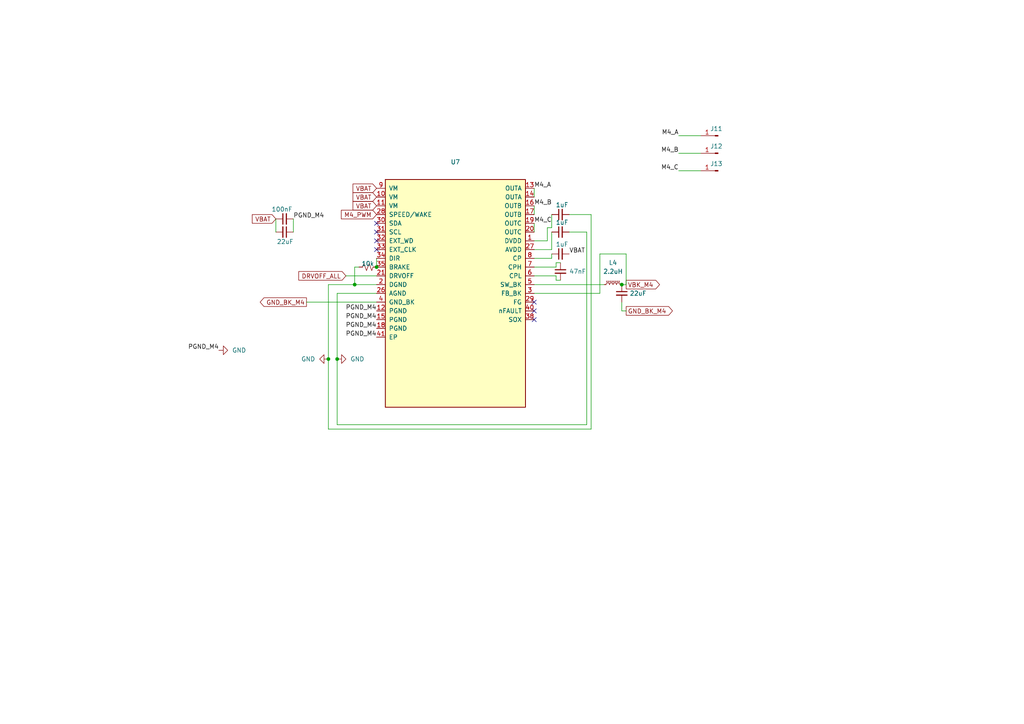
<source format=kicad_sch>
(kicad_sch (version 20250114) (generator "eeschema") (generator_version "9.0")
  (paper "A4")
  (title_block (date "2025-12-23") (rev "v1") (company "NeoDrone") (comment 1 "Made by Dulat Sarbassov") (comment 2 "dulatello08"))
  (lib_symbols
    (symbol "Connector:Conn_01x01_Pin" (pin_names (offset 1.016) (hide yes))
      (property "Reference" "J" (at 0 2.54 0))
      (property "Value" "Conn_01x01_Pin" (at 0 -2.54 0))
      (symbol "Conn_01x01_Pin_1_1"
        (rectangle (start 0.8636 0.127) (end 0 -0.127) (stroke (width 0.1524)) (fill (type outline)))
        (polyline (pts (xy 1.27 0) (xy 0.8636 0)) (stroke (width 0.1524)))
        (pin passive line (at 5.08 0 180) (length 3.81) (name "Pin_1") (number "1"))
      )
    )
    (symbol "Device:C_Small" (pin_numbers (hide yes)) (pin_names (offset 0.254) (hide yes))
      (property "Reference" "C" (at 0.254 1.778 0))
      (property "Value" "C_Small" (at 0.254 -2.032 0))
      (symbol "C_Small_0_1"
        (polyline (pts (xy -1.524 0.508) (xy 1.524 0.508)) (stroke (width 0.3048)))
        (polyline (pts (xy -1.524 -0.508) (xy 1.524 -0.508)) (stroke (width 0.3302)))
      )
      (symbol "C_Small_1_1"
        (pin passive line (at 0 2.54 270) (length 2.032) (name "~") (number "1"))
        (pin passive line (at 0 -2.54 90) (length 2.032) (name "~") (number "2"))
      )
    )
    (symbol "Device:L_Ferrite_Small" (pin_numbers (hide yes)) (pin_names (offset 0.254) (hide yes))
      (property "Reference" "L" (at 1.27 1.016 0))
      (property "Value" "L_Ferrite_Small" (at 1.27 -1.27 0))
      (symbol "L_Ferrite_Small_0_1"
        (arc (start 0 2.032) (mid 0.5058 1.524) (end 0 1.016))
        (arc (start 0 1.016) (mid 0.5058 0.508) (end 0 0))
        (arc (start 0 0) (mid 0.5058 -0.508) (end 0 -1.016))
        (arc (start 0 -1.016) (mid 0.5058 -1.524) (end 0 -2.032))
        (polyline (pts (xy 0.762 1.651) (xy 0.762 1.905)))
        (polyline (pts (xy 0.762 1.143) (xy 0.762 1.397)))
        (polyline (pts (xy 0.762 0.635) (xy 0.762 0.889)))
        (polyline (pts (xy 0.762 0.127) (xy 0.762 0.381)))
        (polyline (pts (xy 0.762 -0.381) (xy 0.762 -0.127)))
        (polyline (pts (xy 0.762 -0.889) (xy 0.762 -0.635)))
        (polyline (pts (xy 0.762 -1.397) (xy 0.762 -1.143)))
        (polyline (pts (xy 0.762 -1.905) (xy 0.762 -1.651)))
        (polyline (pts (xy 1.016 1.905) (xy 1.016 1.651)))
        (polyline (pts (xy 1.016 1.397) (xy 1.016 1.143)))
        (polyline (pts (xy 1.016 0.889) (xy 1.016 0.635)))
        (polyline (pts (xy 1.016 0.381) (xy 1.016 0.127)))
        (polyline (pts (xy 1.016 -0.127) (xy 1.016 -0.381)))
        (polyline (pts (xy 1.016 -0.635) (xy 1.016 -0.889)))
        (polyline (pts (xy 1.016 -1.143) (xy 1.016 -1.397)))
        (polyline (pts (xy 1.016 -1.651) (xy 1.016 -1.905)))
      )
      (symbol "L_Ferrite_Small_1_1"
        (pin passive line (at 0 2.54 270) (length 0.508) (name "~") (number "1"))
        (pin passive line (at 0 -2.54 90) (length 0.508) (name "~") (number "2"))
      )
    )
    (symbol "Device:R_Small_US" (pin_numbers (hide yes)) (pin_names (offset 0.254) (hide yes))
      (property "Reference" "R" (at 0.762 0.508 0))
      (property "Value" "R_Small_US" (at 0.762 -1.016 0))
      (symbol "R_Small_US_1_1"
        (polyline (pts (xy 0 1.524) (xy 1.016 1.143) (xy 0 0.762) (xy -1.016 0.381) (xy 0 0)))
        (polyline (pts (xy 0 0) (xy 1.016 -0.381) (xy 0 -0.762) (xy -1.016 -1.143) (xy 0 -1.524)))
        (pin passive line (at 0 2.54 270) (length 1.016) (name "~") (number "1"))
        (pin passive line (at 0 -2.54 90) (length 1.016) (name "~") (number "2"))
      )
    )
    (symbol "MCF8316A:MCF8316A" (pin_names (offset 1.016))
      (property "Reference" "U" (at 0 38.1 0))
      (property "Value" "MCF8316A" (at 0 -38.1 0))
      (symbol "MCF8316A_1_1"
        (rectangle (start -20.32 33.02) (end 20.32 -33.02) (stroke (width 0.254)) (fill (type background)))
        (pin power_in line (at -22.86 30.48 0) (length 2.54) (name "VM") (number "9"))
        (pin power_in line (at -22.86 27.94 0) (length 2.54) (name "VM") (number "10"))
        (pin power_in line (at -22.86 25.4 0) (length 2.54) (name "VM") (number "11"))
        (pin input line (at -22.86 22.86 0) (length 2.54) (name "SPEED/WAKE") (number "28"))
        (pin bidirectional line (at -22.86 20.32 0) (length 2.54) (name "SDA") (number "30"))
        (pin input line (at -22.86 17.78 0) (length 2.54) (name "SCL") (number "31"))
        (pin input line (at -22.86 15.24 0) (length 2.54) (name "EXT_WD") (number "32"))
        (pin input line (at -22.86 12.7 0) (length 2.54) (name "EXT_CLK") (number "33"))
        (pin input line (at -22.86 10.16 0) (length 2.54) (name "DIR") (number "34"))
        (pin input line (at -22.86 7.62 0) (length 2.54) (name "BRAKE") (number "35"))
        (pin input line (at -22.86 5.08 0) (length 2.54) (name "DRVOFF") (number "21"))
        (pin power_in line (at -22.86 2.54 0) (length 2.54) (name "DGND") (number "2"))
        (pin power_in line (at -22.86 0 0) (length 2.54) (name "AGND") (number "26"))
        (pin power_in line (at -22.86 -2.54 0) (length 2.54) (name "GND_BK") (number "4"))
        (pin power_in line (at -22.86 -5.08 0) (length 2.54) (name "PGND") (number "12"))
        (pin power_in line (at -22.86 -7.62 0) (length 2.54) (name "PGND") (number "15"))
        (pin power_in line (at -22.86 -10.16 0) (length 2.54) (name "PGND") (number "18"))
        (pin power_in line (at -22.86 -12.7 0) (length 2.54) (name "EP") (number "41"))
        (pin power_out line (at 22.86 30.48 180) (length 2.54) (name "OUTA") (number "13"))
        (pin power_out line (at 22.86 27.94 180) (length 2.54) (name "OUTA") (number "14"))
        (pin power_out line (at 22.86 25.4 180) (length 2.54) (name "OUTB") (number "16"))
        (pin power_out line (at 22.86 22.86 180) (length 2.54) (name "OUTB") (number "17"))
        (pin power_out line (at 22.86 20.32 180) (length 2.54) (name "OUTC") (number "19"))
        (pin power_out line (at 22.86 17.78 180) (length 2.54) (name "OUTC") (number "20"))
        (pin power_out line (at 22.86 15.24 180) (length 2.54) (name "DVDD") (number "1"))
        (pin power_out line (at 22.86 12.7 180) (length 2.54) (name "AVDD") (number "27"))
        (pin power_out line (at 22.86 10.16 180) (length 2.54) (name "CP") (number "8"))
        (pin passive line (at 22.86 7.62 180) (length 2.54) (name "CPH") (number "7"))
        (pin passive line (at 22.86 5.08 180) (length 2.54) (name "CPL") (number "6"))
        (pin passive line (at 22.86 2.54 180) (length 2.54) (name "SW_BK") (number "5"))
        (pin passive line (at 22.86 0 180) (length 2.54) (name "FB_BK") (number "3"))
        (pin open_collector line (at 22.86 -2.54 180) (length 2.54) (name "FG") (number "29"))
        (pin open_collector line (at 22.86 -5.08 180) (length 2.54) (name "nFAULT") (number "40"))
        (pin output line (at 22.86 -7.62 180) (length 2.54) (name "SOX") (number "38"))
      )
    )
    (symbol "power:GND" (power) (pin_numbers (hide yes)) (pin_names (offset 0) (hide yes))
      (property "Value" "GND" (at 0 -3.81 0))
      (symbol "GND_0_1"
        (polyline (pts (xy 0 0) (xy 0 -1.27) (xy 1.27 -1.27) (xy 0 -2.54) (xy -1.27 -1.27) (xy 0 -1.27)))
      )
      (symbol "GND_1_1"
        (pin power_in line (at 0 0 270) (length 0) (name "~") (number "1"))
      )
    )
  )
  (junction (at 102.87 82.55))
  (junction (at 109.22 77.47))
  (junction (at 97.79 104.14))
  (junction (at 180.34 82.55))
  (junction (at 95.25 104.14))
  (no_connect (at 109.22 69.85))
  (no_connect (at 154.94 87.63))
  (no_connect (at 109.22 67.31))
  (no_connect (at 109.22 72.39))
  (no_connect (at 154.94 90.17))
  (no_connect (at 154.94 92.71))
  (no_connect (at 109.22 64.77))
  (wire (pts (xy 154.94 77.47) (xy 161.29 77.47)))
  (wire (pts (xy 180.34 90.17) (xy 180.34 87.63)))
  (wire (pts (xy 158.75 69.85) (xy 158.75 66.04)))
  (wire (pts (xy 80.01 63.5) (xy 80.01 67.31)))
  (wire (pts (xy 165.1 67.31) (xy 170.18 67.31)))
  (wire (pts (xy 109.22 74.93) (xy 109.22 77.47)))
  (wire (pts (xy 162.56 81.28) (xy 161.29 81.28)))
  (wire (pts (xy 95.25 82.55) (xy 102.87 82.55)))
  (wire (pts (xy 97.79 123.19) (xy 97.79 104.14)))
  (wire (pts (xy 97.79 104.14) (xy 97.79 85.09)))
  (wire (pts (xy 173.99 73.66) (xy 181.61 73.66)))
  (wire (pts (xy 181.61 90.17) (xy 180.34 90.17)))
  (wire (pts (xy 173.99 85.09) (xy 173.99 73.66)))
  (wire (pts (xy 171.45 62.23) (xy 171.45 124.46)))
  (wire (pts (xy 85.09 63.5) (xy 85.09 67.31)))
  (wire (pts (xy 161.29 76.2) (xy 162.56 76.2)))
  (wire (pts (xy 171.45 124.46) (xy 95.25 124.46)))
  (wire (pts (xy 102.87 77.47) (xy 102.87 82.55)))
  (wire (pts (xy 161.29 80.01) (xy 154.94 80.01)))
  (wire (pts (xy 160.02 66.04) (xy 160.02 62.23)))
  (wire (pts (xy 170.18 67.31) (xy 170.18 123.19)))
  (wire (pts (xy 181.61 82.55) (xy 180.34 82.55)))
  (wire (pts (xy 170.18 123.19) (xy 97.79 123.19)))
  (wire (pts (xy 154.94 64.77) (xy 154.94 67.31)))
  (wire (pts (xy 97.79 85.09) (xy 109.22 85.09)))
  (wire (pts (xy 154.94 74.93) (xy 160.02 74.93)))
  (wire (pts (xy 181.61 73.66) (xy 181.61 82.55)))
  (wire (pts (xy 102.87 77.47) (xy 104.14 77.47)))
  (wire (pts (xy 160.02 67.31) (xy 160.02 72.39)))
  (wire (pts (xy 154.94 72.39) (xy 160.02 72.39)))
  (wire (pts (xy 95.25 124.46) (xy 95.25 104.14)))
  (wire (pts (xy 203.2 44.45) (xy 196.85 44.45)))
  (wire (pts (xy 154.94 85.09) (xy 173.99 85.09)))
  (wire (pts (xy 203.2 39.37) (xy 196.85 39.37)))
  (wire (pts (xy 100.33 80.01) (xy 109.22 80.01)))
  (wire (pts (xy 154.94 59.69) (xy 154.94 62.23)))
  (wire (pts (xy 102.87 82.55) (xy 109.22 82.55)))
  (wire (pts (xy 161.29 77.47) (xy 161.29 76.2)))
  (wire (pts (xy 154.94 54.61) (xy 154.94 57.15)))
  (wire (pts (xy 165.1 62.23) (xy 171.45 62.23)))
  (wire (pts (xy 95.25 104.14) (xy 95.25 82.55)))
  (wire (pts (xy 154.94 82.55) (xy 175.26 82.55)))
  (wire (pts (xy 88.9 87.63) (xy 109.22 87.63)))
  (wire (pts (xy 158.75 66.04) (xy 160.02 66.04)))
  (wire (pts (xy 161.29 81.28) (xy 161.29 80.01)))
  (wire (pts (xy 154.94 69.85) (xy 158.75 69.85)))
  (wire (pts (xy 160.02 74.93) (xy 160.02 73.66)))
  (wire (pts (xy 203.2 49.53) (xy 196.85 49.53)))
  (label "M4_A" (at 196.85 39.37 180))
  (label "M4_C" (at 154.94 64.77 0))
  (label "PGND_M4" (at 63.5 101.6 180))
  (label "PGND_M4" (at 109.22 95.25 180))
  (label "M4_A" (at 154.94 54.61 0))
  (label "M4_B" (at 154.94 59.69 0))
  (label "PGND_M4" (at 109.22 92.71 180))
  (label "VBAT" (at 165.1 73.66 0))
  (label "PGND_M4" (at 85.09 63.5 0))
  (label "PGND_M4" (at 109.22 90.17 180))
  (label "M4_C" (at 196.85 49.53 180))
  (label "M4_B" (at 196.85 44.45 180))
  (label "PGND_M4" (at 109.22 97.79 180))
  (global_label "VBAT" (shape input) (at 109.22 54.61 180) (property "Intersheetrefs" "${INTERSHEET_REFS}" (effects (hide yes))))
  (global_label "VBAT" (shape input) (at 109.22 57.15 180) (property "Intersheetrefs" "${INTERSHEET_REFS}" (effects (hide yes))))
  (global_label "DRVOFF_ALL" (shape input) (at 100.33 80.01 180) (property "Intersheetrefs" "${INTERSHEET_REFS}" (effects (hide yes))))
  (global_label "GND_BK_M4" (shape output) (at 88.9 87.63 180) (property "Intersheetrefs" "${INTERSHEET_REFS}" (effects (hide yes))))
  (global_label "GND_BK_M4" (shape output) (at 181.61 90.17 0) (property "Intersheetrefs" "${INTERSHEET_REFS}" (effects (hide yes))))
  (global_label "VBAT" (shape input) (at 109.22 59.69 180) (property "Intersheetrefs" "${INTERSHEET_REFS}" (effects (hide yes))))
  (global_label "M4_PWM" (shape input) (at 109.22 62.23 180) (property "Intersheetrefs" "${INTERSHEET_REFS}" (effects (hide yes))))
  (global_label "VBAT" (shape input) (at 80.01 63.5 180) (property "Intersheetrefs" "${INTERSHEET_REFS}" (effects (hide yes))))
  (global_label "VBK_M4" (shape output) (at 181.61 82.55 0) (property "Intersheetrefs" "${INTERSHEET_REFS}" (effects (hide yes))))
  (symbol (lib_id "Connector:Conn_01x01_Pin") (at 208.28 39.37 180) (unit 1) (in_bom no)
    (property "Reference" "J11" (at 207.772 37.338 0))
    (property "Value" "SolderWirePad_1x01_SMD_2x4mm" (effects (hide yes)))
    (property "Footprint" "Connector_Wire:SolderWirePad_1x01_SMD_2x4mm" (effects (hide yes)))
  )
  (symbol (lib_id "Device:C_Small") (at 162.56 67.31 90) (unit 1)
    (property "Reference" "C38" (effects (hide yes)))
    (property "Value" "1uF" (at 164.846 64.516 90) (effects (justify left)))
    (property "Footprint" "Capacitor_SMD:C_0603_1608Metric_Pad1.08x0.95mm_HandSolder" (effects (hide yes)))
    (property "Description" "Unpolarized capacitor, small symbol" (effects (hide yes)))
  )
  (symbol (lib_id "Device:C_Small") (at 162.56 78.74 0) (unit 1)
    (property "Reference" "C40" (effects (hide yes)))
    (property "Value" "47nF" (at 165.1 78.74 0) (effects (justify left)))
    (property "Footprint" "Capacitor_SMD:C_0603_1608Metric_Pad1.08x0.95mm_HandSolder" (effects (hide yes)))
    (property "Description" "Unpolarized capacitor, small symbol" (effects (hide yes)))
  )
  (symbol (lib_id "Device:C_Small") (at 162.56 62.23 90) (unit 1)
    (property "Reference" "C37" (effects (hide yes)))
    (property "Value" "1uF" (at 164.846 59.436 90) (effects (justify left)))
    (property "Footprint" "Capacitor_SMD:C_0603_1608Metric_Pad1.08x0.95mm_HandSolder" (effects (hide yes)))
    (property "Description" "Unpolarized capacitor, small symbol" (effects (hide yes)))
  )
  (symbol (lib_id "power:GND") (at 63.5 101.6 90) (unit 1)
    (property "Reference" "#PWR027" (effects (hide yes)))
    (property "Value" "GND" (at 67.31 101.5999 90) (effects (justify right)))
    (property "Description" "Power symbol creates a global label with name \"GND\" , ground" (effects (hide yes)))
  )
  (symbol (lib_id "Connector:Conn_01x01_Pin") (at 208.28 49.53 180) (unit 1) (in_bom no)
    (property "Reference" "J13" (at 207.772 47.498 0))
    (property "Value" "SolderWirePad_1x01_SMD_2x4mm" (effects (hide yes)))
    (property "Footprint" "Connector_Wire:SolderWirePad_1x01_SMD_2x4mm" (effects (hide yes)))
  )
  (symbol (lib_id "Connector:Conn_01x01_Pin") (at 208.28 44.45 180) (unit 1) (in_bom no)
    (property "Reference" "J12" (at 207.772 42.418 0))
    (property "Value" "SolderWirePad_1x01_SMD_2x4mm" (effects (hide yes)))
    (property "Footprint" "Connector_Wire:SolderWirePad_1x01_SMD_2x4mm" (effects (hide yes)))
  )
  (symbol (lib_id "Device:R_Small_US") (at 106.68 77.47 90) (unit 1)
    (property "Reference" "R15" (effects (hide yes)))
    (property "Value" "10k" (at 106.68 76.454 90))
    (property "Footprint" "Resistor_SMD:R_0402_1005Metric_Pad0.72x0.64mm_HandSolder" (effects (hide yes)))
  )
  (symbol (lib_id "Device:C_Small") (at 82.55 63.5 90) (unit 1)
    (property "Reference" "C35" (effects (hide yes)))
    (property "Value" "100nF" (at 84.836 60.706 90) (effects (justify left)))
    (property "Footprint" "Capacitor_SMD:C_0603_1608Metric_Pad1.08x0.95mm_HandSolder" (effects (hide yes)))
    (property "Description" "Unpolarized capacitor, small symbol" (effects (hide yes)))
  )
  (symbol (lib_id "power:GND") (at 95.25 104.14 270) (unit 1)
    (property "Reference" "#PWR034" (effects (hide yes)))
    (property "Value" "GND" (at 91.44 104.1399 90) (effects (justify right)))
    (property "Description" "Power symbol creates a global label with name \"GND\" , ground" (effects (hide yes)))
  )
  (symbol (lib_id "MCF8316A:MCF8316A") (at 132.08 85.09 0) (unit 1)
    (property "Reference" "U7" (at 132.08 46.99 0))
    (property "Value" "MCF8316A" (effects (hide yes)))
    (property "Footprint" "MCF8316:MCF8316A_RGF0040E_VQFN-40-1EP_7x5mm_P0.5mm_EP5.5x3.5mm" (effects (hide yes)))
  )
  (symbol (lib_id "Device:L_Ferrite_Small") (at 177.8 82.55 90) (unit 1)
    (property "Reference" "L4" (at 177.8 76.2 90))
    (property "Value" "2.2uH" (at 177.8 78.74 90))
    (property "Footprint" "Inductor_SMD:L_1008_2520Metric_Pad1.43x2.20mm_HandSolder" (effects (hide yes)))
    (property "Description" "Inductor with ferrite core, small symbol" (effects (hide yes)))
  )
  (symbol (lib_id "power:GND") (at 97.79 104.14 90) (unit 1)
    (property "Reference" "#PWR035" (effects (hide yes)))
    (property "Value" "GND" (at 101.6 104.1399 90) (effects (justify right)))
    (property "Description" "Power symbol creates a global label with name \"GND\" , ground" (effects (hide yes)))
  )
  (symbol (lib_id "Device:C_Small") (at 162.56 73.66 90) (unit 1)
    (property "Reference" "C39" (effects (hide yes)))
    (property "Value" "1uF" (at 164.846 70.866 90) (effects (justify left)))
    (property "Footprint" "Capacitor_SMD:C_0603_1608Metric_Pad1.08x0.95mm_HandSolder" (effects (hide yes)))
    (property "Description" "Unpolarized capacitor, small symbol" (effects (hide yes)))
  )
  (symbol (lib_id "Device:C_Small") (at 180.34 85.09 0) (unit 1)
    (property "Reference" "C41" (effects (hide yes)))
    (property "Value" "22uF" (at 182.626 85.09 0) (effects (justify left)))
    (property "Footprint" "Capacitor_SMD:C_1206_3216Metric_Pad1.33x1.80mm_HandSolder" (effects (hide yes)))
    (property "Description" "Unpolarized capacitor, small symbol" (effects (hide yes)))
  )
  (symbol (lib_id "Device:C_Small") (at 82.55 67.31 270) (unit 1)
    (property "Reference" "C36" (effects (hide yes)))
    (property "Value" "22uF" (at 80.264 70.104 90) (effects (justify left)))
    (property "Footprint" "Capacitor_SMD:C_1206_3216Metric_Pad1.33x1.80mm_HandSolder" (effects (hide yes)))
    (property "Description" "Unpolarized capacitor, small symbol" (effects (hide yes)))
  )
)
</source>
